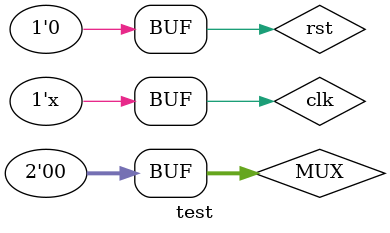
<source format=v>
`timescale 1ns / 1ps


module test;

	// Inputs
	reg clk;
	reg rst;
	reg [1:0] MUX;

	// Outputs
	wire [7:0] LED;
	wire [5:0] op_code;
	wire [5:0] funct;
	wire [4:0] rs_addr;
	wire [4:0] rt_addr;
	wire [4:0] rd_addr;
	wire [4:0] shamt;
	wire [31:0] Inst_code;

	// Instantiate the Unit Under Test (UUT)
	Fetch_Inst_Code uut (
		.clk(clk), 
		.rst(rst), 
		.LED(LED), 
		.MUX(MUX), 
		.op_code(op_code), 
		.funct(funct), 
		.rs_addr(rs_addr), 
		.rt_addr(rt_addr), 
		.rd_addr(rd_addr), 
		.shamt(shamt), 
		.Inst_code(Inst_code)
	);
	always #33 clk = ~clk;
	initial begin
		// Initialize Inputs
		clk = 0;
		rst = 1;
		MUX = 0;

		// Wait 100 ns for global reset to finish
		#2;
      rst = 0;
		// Add stimulus here

	end
      
endmodule


</source>
